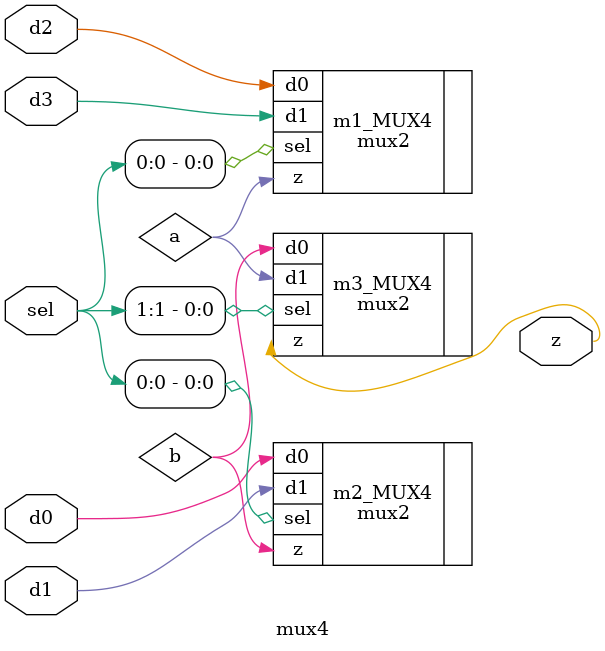
<source format=sv>
module mux4 (
    input logic d0,          // Data input 0
    input logic d1,          // Data input 1
    input logic d2,          // Data input 2
    input logic d3,          // Data input 3
    input logic [1:0] sel,   // Select input
    output logic z           // Output
);

	logic a, b;
	mux2 m1_MUX4 (
				.sel(sel[0]),
				.d1(d3),
				.d0(d2),
				.z(a)
	);
	mux2 m2_MUX4 (
				.sel(sel[0]),
				.d1(d1),
				.d0(d0),
				.z(b)
	);
	mux2 m3_MUX4 (
				.sel(sel[1]),
				.d1(a),
				.d0(b),
				.z(z)
	);

endmodule

</source>
